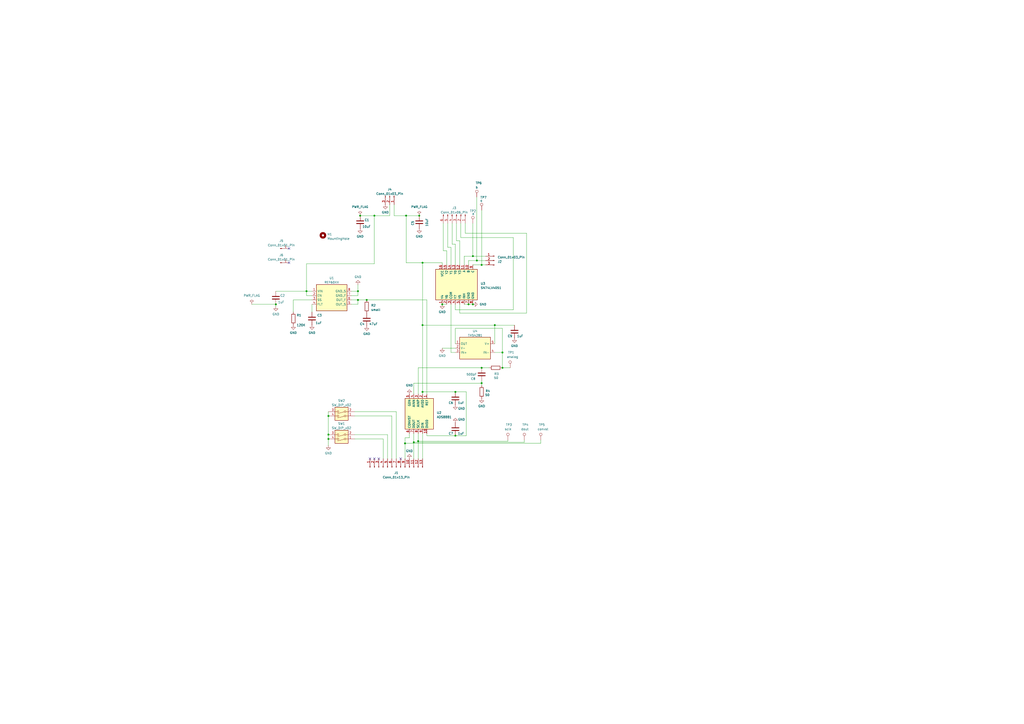
<source format=kicad_sch>
(kicad_sch (version 20231120) (generator "eeschema") (generator_version "8.0")
  (paper "A2")
  (title_block (title "Stem Piano - Six Channel Analog 0.1") (date "2023") (rev "0.1"))
  (lib_symbols
    (symbol "Connector:Conn_01x01_Pin" (pin_names (offset 1.016) hide)
      (property "Reference" "J" (at 0 2.54 0))
      (property "Value" "Conn_01x01_Pin" (at 0 -2.54 0))
      (symbol "Conn_01x01_Pin_1_1"
        (polyline (pts (xy 1.27 0) (xy 0.8636 0)) (stroke (width 0.1524)))
        (rectangle (start 0.8636 0.127) (end 0 -0.127) (stroke (width 0.1524)) (fill (type outline)))
        (pin passive line (at 5.08 0 180) (length 3.81) (name "Pin_1") (number "1"))
      )
    )
    (symbol "Connector:Conn_01x03_Pin" (pin_names (offset 1.016) hide)
      (property "Reference" "J" (at 0 5.08 0))
      (property "Value" "Conn_01x03_Pin" (at 0 -5.08 0))
      (symbol "Conn_01x03_Pin_1_1"
        (polyline (pts (xy 1.27 -2.54) (xy 0.8636 -2.54)) (stroke (width 0.1524)))
        (polyline (pts (xy 1.27 0) (xy 0.8636 0)) (stroke (width 0.1524)))
        (polyline (pts (xy 1.27 2.54) (xy 0.8636 2.54)) (stroke (width 0.1524)))
        (rectangle (start 0.8636 -2.413) (end 0 -2.667) (stroke (width 0.1524)) (fill (type outline)))
        (rectangle (start 0.8636 0.127) (end 0 -0.127) (stroke (width 0.1524)) (fill (type outline)))
        (rectangle (start 0.8636 2.667) (end 0 2.413) (stroke (width 0.1524)) (fill (type outline)))
        (pin passive line (at 5.08 2.54 180) (length 3.81) (name "Pin_1") (number "1"))
        (pin passive line (at 5.08 0 180) (length 3.81) (name "Pin_2") (number "2"))
        (pin passive line (at 5.08 -2.54 180) (length 3.81) (name "Pin_3") (number "3"))
      )
    )
    (symbol "Connector:Conn_01x06_Pin" (pin_names (offset 1.016) hide)
      (property "Reference" "J" (at 0 7.62 0))
      (property "Value" "Conn_01x06_Pin" (at 0 -10.16 0))
      (symbol "Conn_01x06_Pin_1_1"
        (polyline (pts (xy 1.27 -7.62) (xy 0.8636 -7.62)) (stroke (width 0.1524)))
        (polyline (pts (xy 1.27 -5.08) (xy 0.8636 -5.08)) (stroke (width 0.1524)))
        (polyline (pts (xy 1.27 -2.54) (xy 0.8636 -2.54)) (stroke (width 0.1524)))
        (polyline (pts (xy 1.27 0) (xy 0.8636 0)) (stroke (width 0.1524)))
        (polyline (pts (xy 1.27 2.54) (xy 0.8636 2.54)) (stroke (width 0.1524)))
        (polyline (pts (xy 1.27 5.08) (xy 0.8636 5.08)) (stroke (width 0.1524)))
        (rectangle (start 0.8636 -7.493) (end 0 -7.747) (stroke (width 0.1524)) (fill (type outline)))
        (rectangle (start 0.8636 -4.953) (end 0 -5.207) (stroke (width 0.1524)) (fill (type outline)))
        (rectangle (start 0.8636 -2.413) (end 0 -2.667) (stroke (width 0.1524)) (fill (type outline)))
        (rectangle (start 0.8636 0.127) (end 0 -0.127) (stroke (width 0.1524)) (fill (type outline)))
        (rectangle (start 0.8636 2.667) (end 0 2.413) (stroke (width 0.1524)) (fill (type outline)))
        (rectangle (start 0.8636 5.207) (end 0 4.953) (stroke (width 0.1524)) (fill (type outline)))
        (pin passive line (at 5.08 5.08 180) (length 3.81) (name "Pin_1") (number "1"))
        (pin passive line (at 5.08 2.54 180) (length 3.81) (name "Pin_2") (number "2"))
        (pin passive line (at 5.08 0 180) (length 3.81) (name "Pin_3") (number "3"))
        (pin passive line (at 5.08 -2.54 180) (length 3.81) (name "Pin_4") (number "4"))
        (pin passive line (at 5.08 -5.08 180) (length 3.81) (name "Pin_5") (number "5"))
        (pin passive line (at 5.08 -7.62 180) (length 3.81) (name "Pin_6") (number "6"))
      )
    )
    (symbol "Connector:Conn_01x13_Pin" (pin_names (offset 1.016) hide)
      (property "Reference" "J" (at 0 17.78 0))
      (property "Value" "Conn_01x13_Pin" (at 0 -17.78 0))
      (symbol "Conn_01x13_Pin_1_1"
        (polyline (pts (xy 1.27 -15.24) (xy 0.8636 -15.24)) (stroke (width 0.1524)))
        (polyline (pts (xy 1.27 -12.7) (xy 0.8636 -12.7)) (stroke (width 0.1524)))
        (polyline (pts (xy 1.27 -10.16) (xy 0.8636 -10.16)) (stroke (width 0.1524)))
        (polyline (pts (xy 1.27 -7.62) (xy 0.8636 -7.62)) (stroke (width 0.1524)))
        (polyline (pts (xy 1.27 -5.08) (xy 0.8636 -5.08)) (stroke (width 0.1524)))
        (polyline (pts (xy 1.27 -2.54) (xy 0.8636 -2.54)) (stroke (width 0.1524)))
        (polyline (pts (xy 1.27 0) (xy 0.8636 0)) (stroke (width 0.1524)))
        (polyline (pts (xy 1.27 2.54) (xy 0.8636 2.54)) (stroke (width 0.1524)))
        (polyline (pts (xy 1.27 5.08) (xy 0.8636 5.08)) (stroke (width 0.1524)))
        (polyline (pts (xy 1.27 7.62) (xy 0.8636 7.62)) (stroke (width 0.1524)))
        (polyline (pts (xy 1.27 10.16) (xy 0.8636 10.16)) (stroke (width 0.1524)))
        (polyline (pts (xy 1.27 12.7) (xy 0.8636 12.7)) (stroke (width 0.1524)))
        (polyline (pts (xy 1.27 15.24) (xy 0.8636 15.24)) (stroke (width 0.1524)))
        (rectangle (start 0.8636 -15.113) (end 0 -15.367) (stroke (width 0.1524)) (fill (type outline)))
        (rectangle (start 0.8636 -12.573) (end 0 -12.827) (stroke (width 0.1524)) (fill (type outline)))
        (rectangle (start 0.8636 -10.033) (end 0 -10.287) (stroke (width 0.1524)) (fill (type outline)))
        (rectangle (start 0.8636 -7.493) (end 0 -7.747) (stroke (width 0.1524)) (fill (type outline)))
        (rectangle (start 0.8636 -4.953) (end 0 -5.207) (stroke (width 0.1524)) (fill (type outline)))
        (rectangle (start 0.8636 -2.413) (end 0 -2.667) (stroke (width 0.1524)) (fill (type outline)))
        (rectangle (start 0.8636 0.127) (end 0 -0.127) (stroke (width 0.1524)) (fill (type outline)))
        (rectangle (start 0.8636 2.667) (end 0 2.413) (stroke (width 0.1524)) (fill (type outline)))
        (rectangle (start 0.8636 5.207) (end 0 4.953) (stroke (width 0.1524)) (fill (type outline)))
        (rectangle (start 0.8636 7.747) (end 0 7.493) (stroke (width 0.1524)) (fill (type outline)))
        (rectangle (start 0.8636 10.287) (end 0 10.033) (stroke (width 0.1524)) (fill (type outline)))
        (rectangle (start 0.8636 12.827) (end 0 12.573) (stroke (width 0.1524)) (fill (type outline)))
        (rectangle (start 0.8636 15.367) (end 0 15.113) (stroke (width 0.1524)) (fill (type outline)))
        (pin passive line (at 5.08 15.24 180) (length 3.81) (name "Pin_1") (number "1"))
        (pin passive line (at 5.08 -7.62 180) (length 3.81) (name "Pin_10") (number "10"))
        (pin passive line (at 5.08 -10.16 180) (length 3.81) (name "Pin_11") (number "11"))
        (pin passive line (at 5.08 -12.7 180) (length 3.81) (name "Pin_12") (number "12"))
        (pin passive line (at 5.08 -15.24 180) (length 3.81) (name "Pin_13") (number "13"))
        (pin passive line (at 5.08 12.7 180) (length 3.81) (name "Pin_2") (number "2"))
        (pin passive line (at 5.08 10.16 180) (length 3.81) (name "Pin_3") (number "3"))
        (pin passive line (at 5.08 7.62 180) (length 3.81) (name "Pin_4") (number "4"))
        (pin passive line (at 5.08 5.08 180) (length 3.81) (name "Pin_5") (number "5"))
        (pin passive line (at 5.08 2.54 180) (length 3.81) (name "Pin_6") (number "6"))
        (pin passive line (at 5.08 0 180) (length 3.81) (name "Pin_7") (number "7"))
        (pin passive line (at 5.08 -2.54 180) (length 3.81) (name "Pin_8") (number "8"))
        (pin passive line (at 5.08 -5.08 180) (length 3.81) (name "Pin_9") (number "9"))
      )
    )
    (symbol "Connector:TestPoint" (pin_numbers hide) (pin_names (offset 0.762) hide)
      (property "Reference" "TP" (at 0 6.858 0))
      (property "Value" "TestPoint" (at 0 5.08 0))
      (symbol "TestPoint_0_1"
        (circle (center 0 3.302) (radius 0.762))
      )
      (symbol "TestPoint_1_1"
        (pin passive line (at 0 0 90) (length 2.54) (name "1") (number "1"))
      )
    )
    (symbol "Device:C" (pin_numbers hide) (pin_names (offset 0.254))
      (property "Reference" "C" (at 0.635 2.54 0))
      (property "Value" "C" (at 0.635 -2.54 0))
      (symbol "C_0_1"
        (polyline (pts (xy -2.032 -0.762) (xy 2.032 -0.762)) (stroke (width 0.508)))
        (polyline (pts (xy -2.032 0.762) (xy 2.032 0.762)) (stroke (width 0.508)))
      )
      (symbol "C_1_1"
        (pin passive line (at 0 3.81 270) (length 2.794) (name "~") (number "1"))
        (pin passive line (at 0 -3.81 90) (length 2.794) (name "~") (number "2"))
      )
    )
    (symbol "Device:R" (pin_numbers hide) (pin_names (offset 0))
      (property "Reference" "R" (at 2.032 0 90))
      (property "Value" "R" (at 0 0 90))
      (symbol "R_0_1"
        (rectangle (start -1.016 -2.54) (end 1.016 2.54) (stroke (width 0.254)))
      )
      (symbol "R_1_1"
        (pin passive line (at 0 3.81 270) (length 1.27) (name "~") (number "1"))
        (pin passive line (at 0 -3.81 90) (length 1.27) (name "~") (number "2"))
      )
    )
    (symbol "GND_1" (power) (pin_numbers hide) (pin_names (offset 0) hide)
      (property "Value" "GND" (at 0 -3.81 0))
      (symbol "GND_1_0_1"
        (polyline (pts (xy 0 0) (xy 0 -1.27) (xy 1.27 -1.27) (xy 0 -2.54) (xy -1.27 -1.27) (xy 0 -1.27)))
      )
      (symbol "GND_1_1_1"
        (pin power_in line (at 0 0 270) (length 0) (name "~") (number "1"))
      )
    )
    (symbol "Mechanical:MountingHole" (pin_names (offset 1.016))
      (property "Reference" "H" (at 0 5.08 0))
      (property "Value" "MountingHole" (at 0 3.175 0))
      (symbol "MountingHole_0_1"
        (circle (center 0 0) (radius 1.27) (stroke (width 1.27)))
      )
    )
    (symbol "Switch:SW_DIP_x02" (pin_names (offset 0) hide)
      (property "Reference" "SW" (at 0 6.35 0))
      (property "Value" "SW_DIP_x02" (at 0 -3.81 0))
      (symbol "SW_DIP_x02_0_0"
        (circle (center -2.032 0) (radius 0.508))
        (circle (center -2.032 2.54) (radius 0.508))
        (polyline (pts (xy -1.524 0.127) (xy 2.3622 1.1684)))
        (polyline (pts (xy -1.524 2.667) (xy 2.3622 3.7084)))
        (circle (center 2.032 0) (radius 0.508))
        (circle (center 2.032 2.54) (radius 0.508))
      )
      (symbol "SW_DIP_x02_0_1"
        (rectangle (start -3.81 5.08) (end 3.81 -2.54) (stroke (width 0.254)) (fill (type background)))
      )
      (symbol "SW_DIP_x02_1_1"
        (pin passive line (at -7.62 2.54 0) (length 5.08) (name "~") (number "1"))
        (pin passive line (at -7.62 0 0) (length 5.08) (name "~") (number "2"))
        (pin passive line (at 7.62 0 180) (length 5.08) (name "~") (number "3"))
        (pin passive line (at 7.62 2.54 180) (length 5.08) (name "~") (number "4"))
      )
    )
    (symbol "power:PWR_FLAG" (power) (pin_numbers hide) (pin_names (offset 0) hide)
      (property "Value" "PWR_FLAG" (at 0 3.81 0))
      (symbol "PWR_FLAG_0_0"
        (pin power_out line (at 0 0 90) (length 0) (name "~") (number "1"))
      )
      (symbol "PWR_FLAG_0_1"
        (polyline (pts (xy 0 0) (xy 0 1.27) (xy -1.016 1.905) (xy 0 2.54) (xy 1.016 1.905) (xy 0 1.27)))
      )
    )
    (symbol "stem_piano_symbols:ADS8881"
      (property "Reference" "U" (at 0 1.27 0))
      (property "Value" "ADS8881" (at 0 7.62 0))
      (symbol "ADS8881_0_1"
        (rectangle (start -8.89 8.89) (end 8.89 -7.62) (stroke (width 0.254)) (fill (type background)))
      )
      (symbol "ADS8881_1_1"
        (pin input line (at -11.43 5.08 0) (length 2.54) (name "REF") (number "1"))
        (pin power_in line (at 11.43 5.08 180) (length 2.54) (name "DVDD") (number "10"))
        (pin power_in line (at -11.43 2.54 0) (length 2.54) (name "AVDD") (number "2"))
        (pin input line (at -11.43 0 0) (length 2.54) (name "AINP") (number "3"))
        (pin input line (at -11.43 -2.54 0) (length 2.54) (name "AINN") (number "4"))
        (pin power_in line (at -11.43 -5.08 0) (length 2.54) (name "GDN") (number "5"))
        (pin input line (at 11.43 -5.08 180) (length 2.54) (name "CONVST") (number "6"))
        (pin output line (at 11.43 -2.54 180) (length 2.54) (name "DOUT") (number "7"))
        (pin input line (at 11.43 0 180) (length 2.54) (name "SCLK") (number "8"))
        (pin input line (at 11.43 2.54 180) (length 2.54) (name "DIN") (number "9"))
      )
    )
    (symbol "stem_piano_symbols:REF6030"
      (property "Reference" "U" (at 0 0 0))
      (property "Value" "REF60XX" (at 0 6.35 0))
      (symbol "REF6030_0_1"
        (rectangle (start -8.89 7.62) (end 8.89 -7.62) (stroke (width 0.254)) (fill (type background)))
      )
      (symbol "REF6030_1_1"
        (pin power_in line (at -11.43 3.81 0) (length 2.54) (name "VIN") (number "1"))
        (pin input line (at -11.43 1.27 0) (length 2.54) (name "EN") (number "2"))
        (pin input line (at -11.43 -1.27 0) (length 2.54) (name "SS") (number "3"))
        (pin input line (at -11.43 -3.81 0) (length 2.54) (name "FLT") (number "4"))
        (pin input line (at 11.43 -3.81 180) (length 2.54) (name "OUT_S") (number "5"))
        (pin output line (at 11.43 -1.27 180) (length 2.54) (name "OUT_F") (number "6"))
        (pin power_in line (at 11.43 1.27 180) (length 2.54) (name "GND_F") (number "7"))
        (pin power_in line (at 11.43 3.81 180) (length 2.54) (name "GND_S") (number "8"))
      )
    )
    (symbol "stem_piano_symbols:SN74LV4051"
      (property "Reference" "U" (at -8.89 16.51 0))
      (property "Value" "SN74LV4051" (at -8.89 13.97 0))
      (symbol "SN74LV4051_0_1"
        (rectangle (start -8.89 12.7) (end 8.89 -11.43) (stroke (width 0.254)) (fill (type background)))
      )
      (symbol "SN74LV4051_1_1"
        (pin input line (at -11.43 8.89 0) (length 2.54) (name "Y4") (number "1"))
        (pin input line (at 11.43 -6.35 180) (length 2.54) (name "B") (number "10"))
        (pin input line (at 11.43 -3.81 180) (length 2.54) (name "A") (number "11"))
        (pin input line (at 11.43 -1.27 180) (length 2.54) (name "Y3") (number "12"))
        (pin input line (at 11.43 1.27 180) (length 2.54) (name "Y0") (number "13"))
        (pin input line (at 11.43 3.81 180) (length 2.54) (name "Y1") (number "14"))
        (pin input line (at 11.43 6.35 180) (length 2.54) (name "Y2") (number "15"))
        (pin power_in line (at 11.43 8.89 180) (length 2.54) (name "VCC") (number "16"))
        (pin input line (at -11.43 6.35 0) (length 2.54) (name "Y6") (number "2"))
        (pin output line (at -11.43 3.81 0) (length 2.54) (name "COM") (number "3"))
        (pin input line (at -11.43 1.27 0) (length 2.54) (name "Y7") (number "4"))
        (pin input line (at -11.43 -1.27 0) (length 2.54) (name "Y5") (number "5"))
        (pin input line (at -11.43 -3.81 0) (length 2.54) (name "INH") (number "6"))
        (pin power_in line (at -11.43 -6.35 0) (length 2.54) (name "GND") (number "7"))
        (pin power_in line (at -11.43 -8.89 0) (length 2.54) (name "GND") (number "8"))
        (pin input line (at 11.43 -8.89 180) (length 2.54) (name "C") (number "9"))
      )
    )
    (symbol "stem_piano_symbols:THS4281"
      (property "Reference" "U" (at 0 -1.27 0))
      (property "Value" "THS4281" (at 0 5.08 0))
      (symbol "THS4281_0_1"
        (rectangle (start -8.89 6.35) (end 8.89 -6.35) (stroke (width 0.254)) (fill (type background)))
      )
      (symbol "THS4281_1_1"
        (pin output line (at -11.43 2.54 0) (length 2.54) (name "OUT") (number "1"))
        (pin power_in line (at -11.43 0 0) (length 2.54) (name "V-") (number "2"))
        (pin input line (at -11.43 -2.54 0) (length 2.54) (name "IN+") (number "3"))
        (pin input line (at 11.43 -2.54 180) (length 2.54) (name "IN-") (number "4"))
        (pin power_in line (at 11.43 2.54 180) (length 2.54) (name "V+") (number "5"))
      )
    )
  )
  (junction (at 160.02 176.53))
  (junction (at 190.5 254.635))
  (junction (at 242.57 255.905))
  (junction (at 279.4 222.25))
  (junction (at 264.16 252.73))
  (junction (at 245.11 188.595))
  (junction (at 287.02 188.595))
  (junction (at 256.54 176.53))
  (junction (at 264.16 227.33))
  (junction (at 279.4 213.36))
  (junction (at 271.78 176.53))
  (junction (at 291.465 213.36))
  (junction (at 243.205 125.095))
  (junction (at 234.95 257.175))
  (junction (at 245.11 227.33))
  (junction (at 190.5 252.095))
  (junction (at 217.17 125.095))
  (junction (at 291.465 204.47))
  (junction (at 207.645 173.99))
  (junction (at 190.5 241.3))
  (junction (at 208.915 125.095))
  (junction (at 245.11 152.4))
  (junction (at 177.8 168.91))
  (junction (at 207.645 168.91))
  (junction (at 274.32 176.53))
  (junction (at 212.725 173.99))
  (junction (at 240.03 256.54))
  (junction (at 235.585 125.095))
  (junction (at 276.606 151.13))
  (junction (at 274.32 148.59))
  (junction (at 279.4 153.67))
  (no_connect (at 167.64 152.4))
  (no_connect (at 217.17 266.065))
  (no_connect (at 214.63 266.065))
  (no_connect (at 219.71 266.065))
  (no_connect (at 232.41 266.065))
  (no_connect (at 167.64 144.145))
  (wire (pts (xy 247.65 173.99) (xy 247.65 228.6)))
  (wire (pts (xy 242.57 255.905) (xy 242.57 266.065)))
  (wire (pts (xy 279.4 121.92) (xy 279.4 153.67)))
  (wire (pts (xy 264.16 190.5) (xy 291.465 190.5)))
  (wire (pts (xy 205.74 254.635) (xy 222.25 254.635)))
  (wire (pts (xy 266.7 139.7) (xy 264.795 139.7)))
  (wire (pts (xy 259.08 153.67) (xy 259.08 145.415)))
  (wire (pts (xy 264.16 141.605) (xy 262.255 141.605)))
  (wire (pts (xy 245.11 152.4) (xy 245.11 188.595)))
  (wire (pts (xy 274.32 148.59) (xy 281.686 148.59)))
  (wire (pts (xy 271.78 176.53) (xy 274.32 176.53)))
  (wire (pts (xy 279.4 153.67) (xy 281.686 153.67)))
  (wire (pts (xy 279.4 222.25) (xy 279.4 223.52)))
  (wire (pts (xy 287.02 188.595) (xy 287.02 199.39)))
  (wire (pts (xy 269.24 176.53) (xy 271.78 176.53)))
  (wire (pts (xy 160.02 168.91) (xy 177.8 168.91)))
  (wire (pts (xy 259.08 176.53) (xy 256.54 176.53)))
  (wire (pts (xy 267.335 137.795) (xy 297.815 137.795)))
  (wire (pts (xy 264.16 199.39) (xy 264.16 190.5)))
  (wire (pts (xy 207.645 168.91) (xy 207.645 165.1)))
  (wire (pts (xy 305.435 135.255) (xy 305.435 181.61)))
  (wire (pts (xy 205.74 238.76) (xy 229.87 238.76)))
  (wire (pts (xy 269.875 129.54) (xy 269.875 135.255)))
  (wire (pts (xy 240.03 222.25) (xy 240.03 228.6)))
  (wire (pts (xy 267.335 129.54) (xy 267.335 137.795)))
  (wire (pts (xy 234.95 254) (xy 234.95 257.175)))
  (wire (pts (xy 245.11 251.46) (xy 245.11 266.065)))
  (wire (pts (xy 242.57 251.46) (xy 242.57 255.905)))
  (wire (pts (xy 287.02 204.47) (xy 291.465 204.47)))
  (wire (pts (xy 203.835 171.45) (xy 207.645 171.45)))
  (wire (pts (xy 274.32 129.54) (xy 274.32 148.59)))
  (wire (pts (xy 256.54 201.93) (xy 264.16 201.93)))
  (wire (pts (xy 229.87 238.76) (xy 229.87 266.065)))
  (wire (pts (xy 190.5 241.3) (xy 190.5 252.095)))
  (wire (pts (xy 205.74 252.095) (xy 224.79 252.095)))
  (wire (pts (xy 180.975 176.53) (xy 180.975 180.975)))
  (wire (pts (xy 180.975 171.45) (xy 177.8 171.45)))
  (wire (pts (xy 266.7 176.53) (xy 266.7 181.61)))
  (wire (pts (xy 264.16 179.705) (xy 264.16 176.53)))
  (wire (pts (xy 274.32 153.67) (xy 279.4 153.67)))
  (wire (pts (xy 270.51 227.33) (xy 264.16 227.33)))
  (wire (pts (xy 177.8 171.45) (xy 177.8 168.91)))
  (wire (pts (xy 242.57 255.905) (xy 294.64 255.905)))
  (wire (pts (xy 297.815 137.795) (xy 297.815 179.705)))
  (wire (pts (xy 269.24 148.59) (xy 269.24 153.67)))
  (wire (pts (xy 264.16 252.73) (xy 270.51 252.73)))
  (wire (pts (xy 271.78 151.13) (xy 271.78 153.67)))
  (wire (pts (xy 266.7 181.61) (xy 305.435 181.61)))
  (wire (pts (xy 313.69 255.27) (xy 313.69 257.175)))
  (wire (pts (xy 170.18 173.99) (xy 170.18 180.975)))
  (wire (pts (xy 235.585 125.095) (xy 235.585 152.4)))
  (wire (pts (xy 291.465 204.47) (xy 291.465 213.36)))
  (wire (pts (xy 247.65 252.73) (xy 247.65 251.46)))
  (wire (pts (xy 294.64 255.27) (xy 294.64 255.905)))
  (wire (pts (xy 177.8 168.91) (xy 180.975 168.91)))
  (wire (pts (xy 160.02 176.53) (xy 160.02 177.8)))
  (wire (pts (xy 257.175 145.415) (xy 257.175 129.54)))
  (wire (pts (xy 146.05 176.53) (xy 160.02 176.53)))
  (wire (pts (xy 190.5 252.095) (xy 190.5 254.635)))
  (wire (pts (xy 264.16 179.705) (xy 297.815 179.705)))
  (wire (pts (xy 261.62 143.51) (xy 259.715 143.51)))
  (wire (pts (xy 235.585 125.095) (xy 243.205 125.095)))
  (wire (pts (xy 226.06 118.745) (xy 226.06 125.095)))
  (wire (pts (xy 177.8 153.035) (xy 217.17 153.035)))
  (wire (pts (xy 256.54 152.4) (xy 256.54 153.67)))
  (wire (pts (xy 276.606 114.3) (xy 276.606 151.13)))
  (wire (pts (xy 217.17 153.035) (xy 217.17 125.095)))
  (wire (pts (xy 177.8 168.91) (xy 177.8 153.035)))
  (wire (pts (xy 279.4 213.36) (xy 283.718 213.36)))
  (wire (pts (xy 269.875 135.255) (xy 305.435 135.255)))
  (wire (pts (xy 264.16 252.73) (xy 247.65 252.73)))
  (wire (pts (xy 205.74 241.3) (xy 227.33 241.3)))
  (wire (pts (xy 207.645 176.53) (xy 207.645 173.99)))
  (wire (pts (xy 235.585 152.4) (xy 245.11 152.4)))
  (wire (pts (xy 203.835 173.99) (xy 207.645 173.99)))
  (wire (pts (xy 279.4 222.25) (xy 240.03 222.25)))
  (wire (pts (xy 228.6 125.095) (xy 235.585 125.095)))
  (wire (pts (xy 276.606 151.13) (xy 271.78 151.13)))
  (wire (pts (xy 245.11 227.33) (xy 264.16 227.33)))
  (wire (pts (xy 270.51 227.33) (xy 270.51 252.73)))
  (wire (pts (xy 269.24 148.59) (xy 274.32 148.59)))
  (wire (pts (xy 245.11 228.6) (xy 245.11 227.33)))
  (wire (pts (xy 190.5 238.76) (xy 190.5 241.3)))
  (wire (pts (xy 222.25 254.635) (xy 222.25 266.065)))
  (wire (pts (xy 170.18 173.99) (xy 180.975 173.99)))
  (wire (pts (xy 287.02 188.595) (xy 298.45 188.595)))
  (wire (pts (xy 291.465 213.36) (xy 295.91 213.36)))
  (wire (pts (xy 240.03 251.46) (xy 240.03 256.54)))
  (wire (pts (xy 259.08 145.415) (xy 257.175 145.415)))
  (wire (pts (xy 237.49 254) (xy 234.95 254)))
  (wire (pts (xy 245.11 152.4) (xy 256.54 152.4)))
  (wire (pts (xy 203.835 168.91) (xy 207.645 168.91)))
  (wire (pts (xy 291.465 190.5) (xy 291.465 204.47)))
  (wire (pts (xy 313.69 257.175) (xy 234.95 257.175)))
  (wire (pts (xy 190.5 254.635) (xy 190.5 258.445)))
  (wire (pts (xy 242.57 213.36) (xy 242.57 228.6)))
  (wire (pts (xy 279.4 220.98) (xy 279.4 222.25)))
  (wire (pts (xy 259.715 143.51) (xy 259.715 129.54)))
  (wire (pts (xy 279.4 213.36) (xy 242.57 213.36)))
  (wire (pts (xy 234.95 257.175) (xy 234.95 266.065)))
  (wire (pts (xy 207.645 173.99) (xy 212.725 173.99)))
  (wire (pts (xy 240.03 256.54) (xy 240.03 266.065)))
  (wire (pts (xy 224.79 252.095) (xy 224.79 266.065)))
  (wire (pts (xy 264.795 139.7) (xy 264.795 129.54)))
  (wire (pts (xy 227.33 241.3) (xy 227.33 266.065)))
  (wire (pts (xy 208.915 125.095) (xy 217.17 125.095)))
  (wire (pts (xy 207.645 171.45) (xy 207.645 168.91)))
  (wire (pts (xy 291.338 213.36) (xy 291.465 213.36)))
  (wire (pts (xy 276.606 151.13) (xy 281.686 151.13)))
  (wire (pts (xy 237.49 251.46) (xy 237.49 254)))
  (wire (pts (xy 266.7 153.67) (xy 266.7 139.7)))
  (wire (pts (xy 264.16 153.67) (xy 264.16 141.605)))
  (wire (pts (xy 228.6 118.745) (xy 228.6 125.095)))
  (wire (pts (xy 203.835 176.53) (xy 207.645 176.53)))
  (wire (pts (xy 245.11 188.595) (xy 245.11 227.33)))
  (wire (pts (xy 261.62 204.47) (xy 264.16 204.47)))
  (wire (pts (xy 262.255 141.605) (xy 262.255 129.54)))
  (wire (pts (xy 304.165 255.27) (xy 304.165 256.54)))
  (wire (pts (xy 245.11 188.595) (xy 287.02 188.595)))
  (wire (pts (xy 261.62 176.53) (xy 261.62 204.47)))
  (wire (pts (xy 261.62 153.67) (xy 261.62 143.51)))
  (wire (pts (xy 226.06 125.095) (xy 217.17 125.095)))
  (wire (pts (xy 240.03 256.54) (xy 304.165 256.54)))
  (wire (pts (xy 212.725 173.99) (xy 247.65 173.99)))
  (symbol (lib_name "GND_1") (lib_id "power:GND") (at 264.16 234.95 0) (unit 1)
    (property "Reference" "#PWR016" (effects (hide yes)))
    (property "Value" "GND" (at 267.716 236.982 0))
    (property "Description" "Power symbol creates a global label with name \"GND\" , ground" (effects (hide yes)))
  )
  (symbol (lib_id "Connector:TestPoint") (at 313.69 255.27 0) (unit 1)
    (property "Reference" "TP5" (at 312.42 246.38 0) (effects (justify left)))
    (property "Value" "convst" (at 311.785 248.92 0) (effects (justify left)))
    (property "Footprint" "TestPoint:TestPoint_Keystone_5000-5004_Miniature" (effects (hide yes)))
  )
  (symbol (lib_id "stem_piano_symbols:ADS8881") (at 242.57 240.03 270) (unit 1)
    (property "Reference" "U2" (at 253.365 239.395 90) (effects (justify left)))
    (property "Value" "ADS8881" (at 253.365 241.935 90) (effects (justify left)))
    (property "Footprint" "stem_piano_footprints:VSSOP-10_medpad" (effects (hide yes)))
  )
  (symbol (lib_id "Device:C") (at 160.02 172.72 0) (unit 1)
    (property "Reference" "C2" (at 162.56 171.45 0) (effects (justify left)))
    (property "Value" "1uF" (at 161.29 175.26 0) (effects (justify left)))
    (property "Footprint" "stem_piano_footprints:C_0805_2012_1.18x1.45mm_medpad" (effects (hide yes)))
  )
  (symbol (lib_id "Connector:Conn_01x03_Pin") (at 226.06 113.665 270) (unit 1)
    (property "Reference" "J4" (at 226.06 109.855 90))
    (property "Value" "Conn_01x03_Pin" (at 226.06 112.395 90))
    (property "Footprint" "Connector_PinHeader_2.54mm:PinHeader_1x03_P2.54mm_Vertical" (effects (hide yes)))
  )
  (symbol (lib_id "Device:C") (at 208.915 128.905 0) (unit 1)
    (property "Reference" "C1" (at 211.455 127.635 0) (effects (justify left)))
    (property "Value" "10uF" (at 210.185 131.445 0) (effects (justify left)))
    (property "Footprint" "stem_piano_footprints:C_0805_2012_1.18x1.45mm_medpad" (effects (hide yes)))
  )
  (symbol (lib_id "Device:R") (at 287.528 213.36 270) (unit 1)
    (property "Reference" "R3" (at 288.036 216.916 90))
    (property "Value" "50" (at 287.782 219.202 90))
    (property "Footprint" "stem_piano_footprints:R_0805_2012_1.20x1.40mm_medpad" (effects (hide yes)))
  )
  (symbol (lib_id "Device:C") (at 264.16 248.92 180) (unit 1)
    (property "Reference" "C7" (at 262.89 251.46 0) (effects (justify left)))
    (property "Value" "1uF" (at 269.24 251.46 0) (effects (justify left)))
    (property "Footprint" "stem_piano_footprints:C_0805_2012_1.18x1.45mm_medpad" (effects (hide yes)))
  )
  (symbol (lib_id "Mechanical:MountingHole") (at 187.325 136.525 0) (unit 1)
    (property "Reference" "H1" (at 189.865 135.89 0) (effects (justify left)))
    (property "Value" "MountingHole" (at 189.865 138.43 0) (effects (justify left)))
    (property "Footprint" "MountingHole:MountingHole_2.2mm_M2_DIN965_Pad_TopBottom" (effects (hide yes)))
  )
  (symbol (lib_name "GND_1") (lib_id "power:GND") (at 180.975 188.595 0) (unit 1)
    (property "Reference" "#PWR07" (effects (hide yes)))
    (property "Value" "GND" (at 180.975 193.04 0))
    (property "Description" "Power symbol creates a global label with name \"GND\" , ground" (effects (hide yes)))
  )
  (symbol (lib_name "GND_1") (lib_id "power:GND") (at 208.915 132.715 0) (unit 1)
    (property "Reference" "#PWR011" (effects (hide yes)))
    (property "Value" "GND" (at 208.915 137.16 0))
    (property "Description" "Power symbol creates a global label with name \"GND\" , ground" (effects (hide yes)))
  )
  (symbol (lib_name "GND_1") (lib_id "power:GND") (at 237.49 228.6 180) (unit 1)
    (property "Reference" "#PWR019" (effects (hide yes)))
    (property "Value" "GND" (at 237.49 223.52 0))
    (property "Description" "Power symbol creates a global label with name \"GND\" , ground" (effects (hide yes)))
  )
  (symbol (lib_name "GND_1") (lib_id "power:GND") (at 207.645 165.1 180) (unit 1)
    (property "Reference" "#PWR010" (effects (hide yes)))
    (property "Value" "GND" (at 207.645 160.655 0))
    (property "Description" "Power symbol creates a global label with name \"GND\" , ground" (effects (hide yes)))
  )
  (symbol (lib_id "Device:C") (at 212.725 185.42 180) (unit 1)
    (property "Reference" "C4" (at 211.455 187.96 0) (effects (justify left)))
    (property "Value" "47uF" (at 219.075 187.96 0) (effects (justify left)))
    (property "Footprint" "stem_piano_footprints:C_0805_2012_1.18x1.45mm_medpad" (effects (hide yes)))
  )
  (symbol (lib_id "Device:C") (at 180.975 184.785 180) (unit 1)
    (property "Reference" "C3" (at 186.69 182.88 0) (effects (justify left)))
    (property "Value" "1uF" (at 186.69 187.325 0) (effects (justify left)))
    (property "Footprint" "stem_piano_footprints:C_0805_2012_1.18x1.45mm_medpad" (effects (hide yes)))
  )
  (symbol (lib_name "GND_1") (lib_id "power:GND") (at 212.725 189.23 0) (unit 1)
    (property "Reference" "#PWR09" (effects (hide yes)))
    (property "Value" "GND" (at 212.725 193.675 0))
    (property "Description" "Power symbol creates a global label with name \"GND\" , ground" (effects (hide yes)))
  )
  (symbol (lib_name "GND_1") (lib_id "power:GND") (at 256.54 201.93 0) (unit 1)
    (property "Reference" "#PWR04" (effects (hide yes)))
    (property "Value" "GND" (at 256.54 206.375 0))
    (property "Description" "Power symbol creates a global label with name \"GND\" , ground" (effects (hide yes)))
  )
  (symbol (lib_name "GND_1") (lib_id "power:GND") (at 223.52 118.745 0) (unit 1)
    (property "Reference" "#PWR012" (effects (hide yes)))
    (property "Value" "GND" (at 223.52 123.19 0))
    (property "Description" "Power symbol creates a global label with name \"GND\" , ground" (effects (hide yes)))
  )
  (symbol (lib_id "Connector:TestPoint") (at 274.32 129.54 0) (unit 1)
    (property "Reference" "TP2" (at 272.542 122.428 0) (effects (justify left)))
    (property "Value" "a" (at 273.812 123.952 0) (effects (justify left)))
    (property "Footprint" "TestPoint:TestPoint_Keystone_5000-5004_Miniature" (effects (hide yes)))
  )
  (symbol (lib_id "power:PWR_FLAG") (at 208.915 125.095 0) (unit 1)
    (property "Reference" "#FLG01" (effects (hide yes)))
    (property "Value" "PWR_FLAG" (at 208.915 120.015 0))
    (property "Description" "Special symbol for telling ERC where power comes from" (effects (hide yes)))
  )
  (symbol (lib_name "GND_1") (lib_id "power:GND") (at 298.45 196.215 0) (unit 1)
    (property "Reference" "#PWR05" (effects (hide yes)))
    (property "Value" "GND" (at 298.45 200.66 0))
    (property "Description" "Power symbol creates a global label with name \"GND\" , ground" (effects (hide yes)))
  )
  (symbol (lib_id "Connector:TestPoint") (at 294.64 255.27 0) (unit 1)
    (property "Reference" "TP3" (at 293.37 246.38 0) (effects (justify left)))
    (property "Value" "sclk" (at 292.735 248.92 0) (effects (justify left)))
    (property "Footprint" "TestPoint:TestPoint_Keystone_5000-5004_Miniature" (effects (hide yes)))
  )
  (symbol (lib_id "Connector:TestPoint") (at 295.91 213.36 0) (unit 1)
    (property "Reference" "TP1" (at 294.64 204.47 0) (effects (justify left)))
    (property "Value" "analog" (at 294.005 207.01 0) (effects (justify left)))
    (property "Footprint" "TestPoint:TestPoint_Keystone_5000-5004_Miniature" (effects (hide yes)))
  )
  (symbol (lib_id "Device:C") (at 298.45 192.405 180) (unit 1)
    (property "Reference" "C9" (at 297.18 194.945 0) (effects (justify left)))
    (property "Value" "1uF" (at 303.53 194.945 0) (effects (justify left)))
    (property "Footprint" "stem_piano_footprints:C_0805_2012_1.18x1.45mm_medpad" (effects (hide yes)))
  )
  (symbol (lib_id "stem_piano_symbols:SN74LV4051") (at 265.43 165.1 90) (unit 1)
    (property "Reference" "U3" (at 278.765 164.465 90) (effects (justify right)))
    (property "Value" "SN74LV4051" (at 278.765 167.005 90) (effects (justify right)))
    (property "Footprint" "stem_piano_footprints:SOIC-16_3.9x9.9mm_P1.27mm_medpad" (effects (hide yes)))
  )
  (symbol (lib_name "GND_1") (lib_id "power:GND") (at 264.16 245.11 180) (unit 1)
    (property "Reference" "#PWR017" (effects (hide yes)))
    (property "Value" "GND" (at 267.716 243.332 0))
    (property "Description" "Power symbol creates a global label with name \"GND\" , ground" (effects (hide yes)))
  )
  (symbol (lib_id "Device:C") (at 279.4 217.17 180) (unit 1)
    (property "Reference" "C8" (at 275.844 219.71 0) (effects (justify left)))
    (property "Value" "500pF" (at 276.606 217.17 0) (effects (justify left)))
    (property "Footprint" "stem_piano_footprints:C_0805_2012_1.18x1.45mm_medpad" (effects (hide yes)))
  )
  (symbol (lib_name "GND_1") (lib_id "power:GND") (at 279.4 231.14 0) (unit 1)
    (property "Reference" "#PWR01" (effects (hide yes)))
    (property "Value" "GND" (at 279.4 235.585 0))
    (property "Description" "Power symbol creates a global label with name \"GND\" , ground" (effects (hide yes)))
  )
  (symbol (lib_id "Device:C") (at 243.205 128.905 0) (unit 1)
    (property "Reference" "C5" (at 239.395 130.81 90) (effects (justify left)))
    (property "Value" "10uF" (at 247.65 131.445 90) (effects (justify left)))
    (property "Footprint" "stem_piano_footprints:C_0805_2012_1.18x1.45mm_medpad" (effects (hide yes)))
  )
  (symbol (lib_id "Connector:Conn_01x03_Pin") (at 286.766 151.13 0) (mirror y) (unit 1)
    (property "Reference" "J2" (at 288.671 151.765 0) (effects (justify right)))
    (property "Value" "Conn_01x03_Pin" (at 288.671 149.225 0) (effects (justify right)))
    (property "Footprint" "Connector_PinHeader_2.54mm:PinHeader_1x03_P2.54mm_Vertical" (effects (hide yes)))
  )
  (symbol (lib_id "Connector:Conn_01x01_Pin") (at 162.56 144.145 0) (unit 1)
    (property "Reference" "J5" (at 163.195 139.7 0))
    (property "Value" "Conn_01x01_Pin" (at 163.195 142.24 0))
    (property "Footprint" "Connector_PinHeader_2.54mm:PinHeader_1x01_P2.54mm_Vertical" (effects (hide yes)))
  )
  (symbol (lib_id "Connector:TestPoint") (at 276.606 114.3 0) (unit 1)
    (property "Reference" "TP6" (at 275.844 106.172 0) (effects (justify left)))
    (property "Value" "b" (at 275.844 108.712 0) (effects (justify left)))
    (property "Footprint" "TestPoint:TestPoint_Keystone_5000-5004_Miniature" (effects (hide yes)))
  )
  (symbol (lib_id "Device:R") (at 212.725 177.8 180) (unit 1)
    (property "Reference" "R2" (at 215.265 177.165 0) (effects (justify right)))
    (property "Value" "small" (at 215.265 179.705 0) (effects (justify right)))
    (property "Footprint" "stem_piano_footprints:R_0805_2012_1.20x1.40mm_medpad" (effects (hide yes)))
  )
  (symbol (lib_id "Switch:SW_DIP_x02") (at 198.12 252.095 180) (unit 1)
    (property "Reference" "SW1" (at 198.12 245.745 0))
    (property "Value" "SW_DIP_x02" (at 198.12 248.285 0))
    (property "Footprint" "stem_piano_footprints:SW_DIP_SPSTx02_Slide_medpad" (effects (hide yes)))
  )
  (symbol (lib_name "GND_1") (lib_id "power:GND") (at 256.54 176.53 0) (unit 1)
    (property "Reference" "#PWR014" (effects (hide yes)))
    (property "Value" "GND" (at 256.54 180.975 0))
    (property "Description" "Power symbol creates a global label with name \"GND\" , ground" (effects (hide yes)))
  )
  (symbol (lib_id "Connector:TestPoint") (at 304.165 255.27 0) (unit 1)
    (property "Reference" "TP4" (at 302.895 246.38 0) (effects (justify left)))
    (property "Value" "dout" (at 302.26 248.92 0) (effects (justify left)))
    (property "Footprint" "TestPoint:TestPoint_Keystone_5000-5004_Miniature" (effects (hide yes)))
  )
  (symbol (lib_id "Switch:SW_DIP_x02") (at 198.12 238.76 180) (unit 1)
    (property "Reference" "SW2" (at 198.12 232.41 0))
    (property "Value" "SW_DIP_x02" (at 198.12 234.95 0))
    (property "Footprint" "stem_piano_footprints:SW_DIP_SPSTx02_Slide_medpad" (effects (hide yes)))
  )
  (symbol (lib_id "power:PWR_FLAG") (at 146.05 176.53 0) (unit 1)
    (property "Reference" "#FLG03" (effects (hide yes)))
    (property "Value" "PWR_FLAG" (at 146.05 171.45 0))
    (property "Description" "Special symbol for telling ERC where power comes from" (effects (hide yes)))
  )
  (symbol (lib_id "Connector:Conn_01x06_Pin") (at 264.795 124.46 270) (unit 1)
    (property "Reference" "J3" (at 263.525 120.65 90))
    (property "Value" "Conn_01x06_Pin" (at 263.525 123.19 90))
    (property "Footprint" "Connector_PinHeader_2.54mm:PinHeader_1x06_P2.54mm_Vertical" (effects (hide yes)))
  )
  (symbol (lib_id "Connector:Conn_01x01_Pin") (at 162.56 152.4 0) (unit 1)
    (property "Reference" "J6" (at 163.195 147.955 0))
    (property "Value" "Conn_01x01_Pin" (at 163.195 150.495 0))
    (property "Footprint" "Connector_PinHeader_2.54mm:PinHeader_1x01_P2.54mm_Vertical" (effects (hide yes)))
  )
  (symbol (lib_id "Connector:TestPoint") (at 279.4 121.92 0) (unit 1)
    (property "Reference" "TP7" (at 278.638 114.554 0) (effects (justify left)))
    (property "Value" "c" (at 278.638 116.332 0) (effects (justify left)))
    (property "Footprint" "TestPoint:TestPoint_Keystone_5000-5004_Miniature" (effects (hide yes)))
  )
  (symbol (lib_id "Device:R") (at 170.18 184.785 180) (unit 1)
    (property "Reference" "R1" (at 172.085 182.88 0) (effects (justify right)))
    (property "Value" "120K" (at 172.085 188.595 0) (effects (justify right)))
    (property "Footprint" "stem_piano_footprints:R_0805_2012_1.20x1.40mm_medpad" (effects (hide yes)))
  )
  (symbol (lib_name "GND_1") (lib_id "power:GND") (at 160.02 177.8 0) (unit 1)
    (property "Reference" "#PWR08" (effects (hide yes)))
    (property "Value" "GND" (at 160.02 182.245 0))
    (property "Description" "Power symbol creates a global label with name \"GND\" , ground" (effects (hide yes)))
  )
  (symbol (lib_name "GND_1") (lib_id "power:GND") (at 170.18 188.595 0) (unit 1)
    (property "Reference" "#PWR06" (effects (hide yes)))
    (property "Value" "GND" (at 170.18 193.04 0))
    (property "Description" "Power symbol creates a global label with name \"GND\" , ground" (effects (hide yes)))
  )
  (symbol (lib_id "stem_piano_symbols:REF6030") (at 192.405 172.72 0) (unit 1)
    (property "Reference" "U1" (at 192.405 161.29 0))
    (property "Value" "REF60XX" (at 192.405 163.83 0))
    (property "Footprint" "stem_piano_footprints:VSSOP-8_3.0x3.0mm_P0.65mm_medpads" (effects (hide yes)))
    (property "Description" "Reference" (effects (hide yes)))
  )
  (symbol (lib_name "GND_1") (lib_id "power:GND") (at 190.5 258.445 0) (unit 1)
    (property "Reference" "#PWR02" (effects (hide yes)))
    (property "Value" "GND" (at 190.5 262.89 0))
    (property "Description" "Power symbol creates a global label with name \"GND\" , ground" (effects (hide yes)))
  )
  (symbol (lib_id "stem_piano_symbols:THS4281") (at 275.59 201.93 0) (unit 1)
    (property "Reference" "U4" (at 275.59 192.024 0))
    (property "Value" "THS4281" (at 275.59 194.564 0))
    (property "Footprint" "stem_piano_footprints:SOT-23-5_medpad" (effects (hide yes)))
  )
  (symbol (lib_name "GND_1") (lib_id "power:GND") (at 237.49 266.065 180) (unit 1)
    (property "Reference" "#PWR03" (effects (hide yes)))
    (property "Value" "GND" (at 237.49 261.62 0))
    (property "Description" "Power symbol creates a global label with name \"GND\" , ground" (effects (hide yes)))
  )
  (symbol (lib_id "Device:R") (at 279.4 227.33 0) (unit 1)
    (property "Reference" "R4" (at 282.956 226.822 0))
    (property "Value" "50" (at 282.702 229.108 0))
    (property "Footprint" "stem_piano_footprints:R_0805_2012_1.20x1.40mm_medpad" (effects (hide yes)))
  )
  (symbol (lib_name "GND_1") (lib_id "power:GND") (at 243.205 132.715 0) (unit 1)
    (property "Reference" "#PWR013" (effects (hide yes)))
    (property "Value" "GND" (at 243.205 137.16 0))
    (property "Description" "Power symbol creates a global label with name \"GND\" , ground" (effects (hide yes)))
  )
  (symbol (lib_id "Device:C") (at 264.16 231.14 180) (unit 1)
    (property "Reference" "C6" (at 262.89 233.68 0) (effects (justify left)))
    (property "Value" "1uF" (at 269.24 233.68 0) (effects (justify left)))
    (property "Footprint" "stem_piano_footprints:C_0805_2012_1.18x1.45mm_medpad" (effects (hide yes)))
  )
  (symbol (lib_id "Connector:Conn_01x13_Pin") (at 229.87 271.145 90) (unit 1)
    (property "Reference" "J1" (at 229.87 274.32 90))
    (property "Value" "Conn_01x13_Pin" (at 229.87 276.86 90))
    (property "Footprint" "Connector_PinHeader_2.54mm:PinHeader_1x13_P2.54mm_Vertical" (effects (hide yes)))
  )
  (symbol (lib_name "GND_1") (lib_id "power:GND") (at 274.32 176.53 90) (unit 1)
    (property "Reference" "#PWR015" (effects (hide yes)))
    (property "Value" "GND" (at 278.13 176.5299 90) (effects (justify right)))
    (property "Description" "Power symbol creates a global label with name \"GND\" , ground" (effects (hide yes)))
  )
  (symbol (lib_id "power:PWR_FLAG") (at 243.205 125.095 0) (unit 1)
    (property "Reference" "#FLG02" (effects (hide yes)))
    (property "Value" "PWR_FLAG" (at 243.205 120.015 0))
    (property "Description" "Special symbol for telling ERC where power comes from" (effects (hide yes)))
  )
)
</source>
